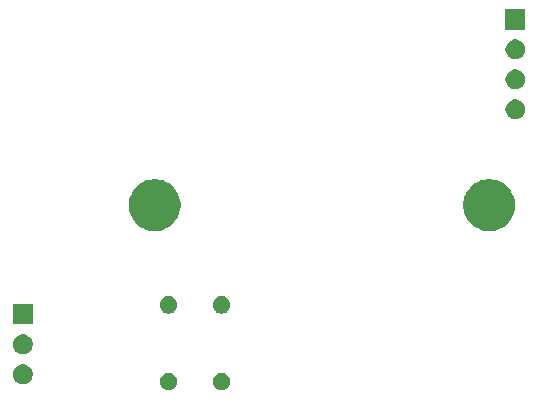
<source format=gbr>
%TF.GenerationSoftware,KiCad,Pcbnew,9.0.1*%
%TF.CreationDate,2025-06-23T13:00:01-04:00*%
%TF.ProjectId,Colossus_TI_rev_B,436f6c6f-7373-4757-935f-54495f726576,rev?*%
%TF.SameCoordinates,Original*%
%TF.FileFunction,Soldermask,Bot*%
%TF.FilePolarity,Negative*%
%FSLAX46Y46*%
G04 Gerber Fmt 4.6, Leading zero omitted, Abs format (unit mm)*
G04 Created by KiCad (PCBNEW 9.0.1) date 2025-06-23 13:00:01*
%MOMM*%
%LPD*%
G01*
G04 APERTURE LIST*
G04 APERTURE END LIST*
G36*
X85618873Y-81353470D02*
G01*
X85755432Y-81410034D01*
X85878331Y-81492153D01*
X85982848Y-81596670D01*
X86064967Y-81719569D01*
X86121531Y-81856128D01*
X86150367Y-82001097D01*
X86150367Y-82148907D01*
X86121531Y-82293876D01*
X86064967Y-82430435D01*
X85982848Y-82553334D01*
X85878331Y-82657851D01*
X85755432Y-82739970D01*
X85618873Y-82796534D01*
X85473904Y-82825370D01*
X85326094Y-82825370D01*
X85181125Y-82796534D01*
X85044566Y-82739970D01*
X84921667Y-82657851D01*
X84817150Y-82553334D01*
X84735031Y-82430435D01*
X84678467Y-82293876D01*
X84649631Y-82148907D01*
X84649631Y-82001097D01*
X84678467Y-81856128D01*
X84735031Y-81719569D01*
X84817150Y-81596670D01*
X84921667Y-81492153D01*
X85044566Y-81410034D01*
X85181125Y-81353470D01*
X85326094Y-81324634D01*
X85473904Y-81324634D01*
X85618873Y-81353470D01*
G37*
G36*
X90118874Y-81353470D02*
G01*
X90255433Y-81410034D01*
X90378332Y-81492153D01*
X90482849Y-81596670D01*
X90564968Y-81719569D01*
X90621532Y-81856128D01*
X90650368Y-82001097D01*
X90650368Y-82148907D01*
X90621532Y-82293876D01*
X90564968Y-82430435D01*
X90482849Y-82553334D01*
X90378332Y-82657851D01*
X90255433Y-82739970D01*
X90118874Y-82796534D01*
X89973905Y-82825370D01*
X89826095Y-82825370D01*
X89681126Y-82796534D01*
X89544567Y-82739970D01*
X89421668Y-82657851D01*
X89317151Y-82553334D01*
X89235032Y-82430435D01*
X89178468Y-82293876D01*
X89149632Y-82148907D01*
X89149632Y-82001097D01*
X89178468Y-81856128D01*
X89235032Y-81719569D01*
X89317151Y-81596670D01*
X89421668Y-81492153D01*
X89544567Y-81410034D01*
X89681126Y-81353470D01*
X89826095Y-81324634D01*
X89973905Y-81324634D01*
X90118874Y-81353470D01*
G37*
G36*
X73321742Y-80651601D02*
G01*
X73475687Y-80715367D01*
X73614234Y-80807941D01*
X73732059Y-80925766D01*
X73824633Y-81064313D01*
X73888399Y-81218258D01*
X73920907Y-81381685D01*
X73920907Y-81548315D01*
X73888399Y-81711742D01*
X73824633Y-81865687D01*
X73732059Y-82004234D01*
X73614234Y-82122059D01*
X73475687Y-82214633D01*
X73321742Y-82278399D01*
X73158315Y-82310907D01*
X72991685Y-82310907D01*
X72828258Y-82278399D01*
X72674313Y-82214633D01*
X72535766Y-82122059D01*
X72417941Y-82004234D01*
X72325367Y-81865687D01*
X72261601Y-81711742D01*
X72229093Y-81548315D01*
X72229093Y-81381685D01*
X72261601Y-81218258D01*
X72325367Y-81064313D01*
X72417941Y-80925766D01*
X72535766Y-80807941D01*
X72674313Y-80715367D01*
X72828258Y-80651601D01*
X72991685Y-80619093D01*
X73158315Y-80619093D01*
X73321742Y-80651601D01*
G37*
G36*
X73321742Y-78111601D02*
G01*
X73475687Y-78175367D01*
X73614234Y-78267941D01*
X73732059Y-78385766D01*
X73824633Y-78524313D01*
X73888399Y-78678258D01*
X73920907Y-78841685D01*
X73920907Y-79008315D01*
X73888399Y-79171742D01*
X73824633Y-79325687D01*
X73732059Y-79464234D01*
X73614234Y-79582059D01*
X73475687Y-79674633D01*
X73321742Y-79738399D01*
X73158315Y-79770907D01*
X72991685Y-79770907D01*
X72828258Y-79738399D01*
X72674313Y-79674633D01*
X72535766Y-79582059D01*
X72417941Y-79464234D01*
X72325367Y-79325687D01*
X72261601Y-79171742D01*
X72229093Y-79008315D01*
X72229093Y-78841685D01*
X72261601Y-78678258D01*
X72325367Y-78524313D01*
X72417941Y-78385766D01*
X72535766Y-78267941D01*
X72674313Y-78175367D01*
X72828258Y-78111601D01*
X72991685Y-78079093D01*
X73158315Y-78079093D01*
X73321742Y-78111601D01*
G37*
G36*
X73925000Y-77235000D02*
G01*
X72225000Y-77235000D01*
X72225000Y-75535000D01*
X73925000Y-75535000D01*
X73925000Y-77235000D01*
G37*
G36*
X85618873Y-74853468D02*
G01*
X85755432Y-74910032D01*
X85878331Y-74992151D01*
X85982848Y-75096668D01*
X86064967Y-75219567D01*
X86121531Y-75356126D01*
X86150367Y-75501095D01*
X86150367Y-75648905D01*
X86121531Y-75793874D01*
X86064967Y-75930433D01*
X85982848Y-76053332D01*
X85878331Y-76157849D01*
X85755432Y-76239968D01*
X85618873Y-76296532D01*
X85473904Y-76325368D01*
X85326094Y-76325368D01*
X85181125Y-76296532D01*
X85044566Y-76239968D01*
X84921667Y-76157849D01*
X84817150Y-76053332D01*
X84735031Y-75930433D01*
X84678467Y-75793874D01*
X84649631Y-75648905D01*
X84649631Y-75501095D01*
X84678467Y-75356126D01*
X84735031Y-75219567D01*
X84817150Y-75096668D01*
X84921667Y-74992151D01*
X85044566Y-74910032D01*
X85181125Y-74853468D01*
X85326094Y-74824632D01*
X85473904Y-74824632D01*
X85618873Y-74853468D01*
G37*
G36*
X90118874Y-74853468D02*
G01*
X90255433Y-74910032D01*
X90378332Y-74992151D01*
X90482849Y-75096668D01*
X90564968Y-75219567D01*
X90621532Y-75356126D01*
X90650368Y-75501095D01*
X90650368Y-75648905D01*
X90621532Y-75793874D01*
X90564968Y-75930433D01*
X90482849Y-76053332D01*
X90378332Y-76157849D01*
X90255433Y-76239968D01*
X90118874Y-76296532D01*
X89973905Y-76325368D01*
X89826095Y-76325368D01*
X89681126Y-76296532D01*
X89544567Y-76239968D01*
X89421668Y-76157849D01*
X89317151Y-76053332D01*
X89235032Y-75930433D01*
X89178468Y-75793874D01*
X89149632Y-75648905D01*
X89149632Y-75501095D01*
X89178468Y-75356126D01*
X89235032Y-75219567D01*
X89317151Y-75096668D01*
X89421668Y-74992151D01*
X89544567Y-74910032D01*
X89681126Y-74853468D01*
X89826095Y-74824632D01*
X89973905Y-74824632D01*
X90118874Y-74853468D01*
G37*
G36*
X84679199Y-64967272D02*
G01*
X84957167Y-65041754D01*
X85223035Y-65151880D01*
X85472255Y-65295767D01*
X85700561Y-65470952D01*
X85904048Y-65674439D01*
X86079233Y-65902745D01*
X86223120Y-66151965D01*
X86333246Y-66417833D01*
X86407728Y-66695801D01*
X86445290Y-66981113D01*
X86445290Y-67268887D01*
X86407728Y-67554199D01*
X86333246Y-67832167D01*
X86223120Y-68098035D01*
X86079233Y-68347255D01*
X85904048Y-68575561D01*
X85700561Y-68779048D01*
X85472255Y-68954233D01*
X85223035Y-69098120D01*
X84957167Y-69208246D01*
X84679199Y-69282728D01*
X84393887Y-69320290D01*
X84106113Y-69320290D01*
X83820801Y-69282728D01*
X83542833Y-69208246D01*
X83276965Y-69098120D01*
X83027745Y-68954233D01*
X82799439Y-68779048D01*
X82595952Y-68575561D01*
X82420767Y-68347255D01*
X82276880Y-68098035D01*
X82166754Y-67832167D01*
X82092272Y-67554199D01*
X82054710Y-67268887D01*
X82054710Y-66981113D01*
X82092272Y-66695801D01*
X82166754Y-66417833D01*
X82276880Y-66151965D01*
X82420767Y-65902745D01*
X82595952Y-65674439D01*
X82799439Y-65470952D01*
X83027745Y-65295767D01*
X83276965Y-65151880D01*
X83542833Y-65041754D01*
X83820801Y-64967272D01*
X84106113Y-64929710D01*
X84393887Y-64929710D01*
X84679199Y-64967272D01*
G37*
G36*
X112979199Y-64967272D02*
G01*
X113257167Y-65041754D01*
X113523035Y-65151880D01*
X113772255Y-65295767D01*
X114000561Y-65470952D01*
X114204048Y-65674439D01*
X114379233Y-65902745D01*
X114523120Y-66151965D01*
X114633246Y-66417833D01*
X114707728Y-66695801D01*
X114745290Y-66981113D01*
X114745290Y-67268887D01*
X114707728Y-67554199D01*
X114633246Y-67832167D01*
X114523120Y-68098035D01*
X114379233Y-68347255D01*
X114204048Y-68575561D01*
X114000561Y-68779048D01*
X113772255Y-68954233D01*
X113523035Y-69098120D01*
X113257167Y-69208246D01*
X112979199Y-69282728D01*
X112693887Y-69320290D01*
X112406113Y-69320290D01*
X112120801Y-69282728D01*
X111842833Y-69208246D01*
X111576965Y-69098120D01*
X111327745Y-68954233D01*
X111099439Y-68779048D01*
X110895952Y-68575561D01*
X110720767Y-68347255D01*
X110576880Y-68098035D01*
X110466754Y-67832167D01*
X110392272Y-67554199D01*
X110354710Y-67268887D01*
X110354710Y-66981113D01*
X110392272Y-66695801D01*
X110466754Y-66417833D01*
X110576880Y-66151965D01*
X110720767Y-65902745D01*
X110895952Y-65674439D01*
X111099439Y-65470952D01*
X111327745Y-65295767D01*
X111576965Y-65151880D01*
X111842833Y-65041754D01*
X112120801Y-64967272D01*
X112406113Y-64929710D01*
X112693887Y-64929710D01*
X112979199Y-64967272D01*
G37*
G36*
X115021742Y-58221601D02*
G01*
X115175687Y-58285367D01*
X115314234Y-58377941D01*
X115432059Y-58495766D01*
X115524633Y-58634313D01*
X115588399Y-58788258D01*
X115620907Y-58951685D01*
X115620907Y-59118315D01*
X115588399Y-59281742D01*
X115524633Y-59435687D01*
X115432059Y-59574234D01*
X115314234Y-59692059D01*
X115175687Y-59784633D01*
X115021742Y-59848399D01*
X114858315Y-59880907D01*
X114691685Y-59880907D01*
X114528258Y-59848399D01*
X114374313Y-59784633D01*
X114235766Y-59692059D01*
X114117941Y-59574234D01*
X114025367Y-59435687D01*
X113961601Y-59281742D01*
X113929093Y-59118315D01*
X113929093Y-58951685D01*
X113961601Y-58788258D01*
X114025367Y-58634313D01*
X114117941Y-58495766D01*
X114235766Y-58377941D01*
X114374313Y-58285367D01*
X114528258Y-58221601D01*
X114691685Y-58189093D01*
X114858315Y-58189093D01*
X115021742Y-58221601D01*
G37*
G36*
X115021742Y-55681601D02*
G01*
X115175687Y-55745367D01*
X115314234Y-55837941D01*
X115432059Y-55955766D01*
X115524633Y-56094313D01*
X115588399Y-56248258D01*
X115620907Y-56411685D01*
X115620907Y-56578315D01*
X115588399Y-56741742D01*
X115524633Y-56895687D01*
X115432059Y-57034234D01*
X115314234Y-57152059D01*
X115175687Y-57244633D01*
X115021742Y-57308399D01*
X114858315Y-57340907D01*
X114691685Y-57340907D01*
X114528258Y-57308399D01*
X114374313Y-57244633D01*
X114235766Y-57152059D01*
X114117941Y-57034234D01*
X114025367Y-56895687D01*
X113961601Y-56741742D01*
X113929093Y-56578315D01*
X113929093Y-56411685D01*
X113961601Y-56248258D01*
X114025367Y-56094313D01*
X114117941Y-55955766D01*
X114235766Y-55837941D01*
X114374313Y-55745367D01*
X114528258Y-55681601D01*
X114691685Y-55649093D01*
X114858315Y-55649093D01*
X115021742Y-55681601D01*
G37*
G36*
X115021742Y-53141601D02*
G01*
X115175687Y-53205367D01*
X115314234Y-53297941D01*
X115432059Y-53415766D01*
X115524633Y-53554313D01*
X115588399Y-53708258D01*
X115620907Y-53871685D01*
X115620907Y-54038315D01*
X115588399Y-54201742D01*
X115524633Y-54355687D01*
X115432059Y-54494234D01*
X115314234Y-54612059D01*
X115175687Y-54704633D01*
X115021742Y-54768399D01*
X114858315Y-54800907D01*
X114691685Y-54800907D01*
X114528258Y-54768399D01*
X114374313Y-54704633D01*
X114235766Y-54612059D01*
X114117941Y-54494234D01*
X114025367Y-54355687D01*
X113961601Y-54201742D01*
X113929093Y-54038315D01*
X113929093Y-53871685D01*
X113961601Y-53708258D01*
X114025367Y-53554313D01*
X114117941Y-53415766D01*
X114235766Y-53297941D01*
X114374313Y-53205367D01*
X114528258Y-53141601D01*
X114691685Y-53109093D01*
X114858315Y-53109093D01*
X115021742Y-53141601D01*
G37*
G36*
X115625000Y-52265000D02*
G01*
X113925000Y-52265000D01*
X113925000Y-50565000D01*
X115625000Y-50565000D01*
X115625000Y-52265000D01*
G37*
M02*

</source>
